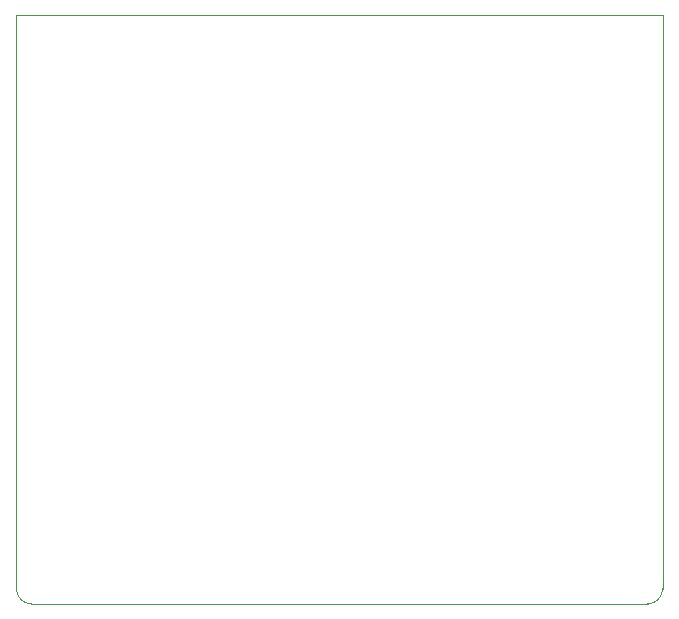
<source format=gko>
G04*
G04 #@! TF.GenerationSoftware,Altium Limited,Altium Designer,25.5.2 (35)*
G04*
G04 Layer_Color=16711935*
%FSLAX44Y44*%
%MOMM*%
G71*
G04*
G04 #@! TF.SameCoordinates,24B21415-5C40-4A56-A289-731DE7267D3C*
G04*
G04*
G04 #@! TF.FilePolarity,Positive*
G04*
G01*
G75*
%ADD62C,0.0500*%
D62*
X468050Y-334500D02*
G03*
X480750Y-321800I0J12700D01*
G01*
X-66250D02*
G03*
X-53550Y-334500I12700J0D01*
G01*
X-66250Y164000D02*
X480750D01*
Y-321800D02*
Y164000D01*
X-53550Y-334500D02*
X468050D01*
X-66250Y-321800D02*
Y164000D01*
M02*

</source>
